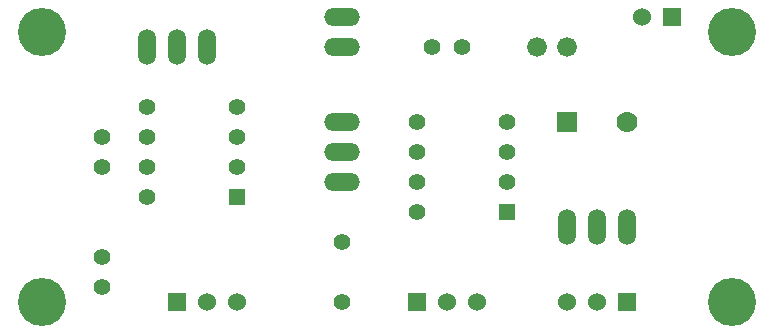
<source format=gtl>
G04 (created by PCBNEW (2013-jul-07)-stable) date Sat 29 Nov 2014 08:52:29 PM GMT*
%MOIN*%
G04 Gerber Fmt 3.4, Leading zero omitted, Abs format*
%FSLAX34Y34*%
G01*
G70*
G90*
G04 APERTURE LIST*
%ADD10C,0.00590551*%
%ADD11C,0.055*%
%ADD12R,0.055X0.055*%
%ADD13C,0.066*%
%ADD14R,0.06X0.06*%
%ADD15C,0.06*%
%ADD16R,0.07X0.07*%
%ADD17C,0.07*%
%ADD18O,0.1187X0.0593*%
%ADD19O,0.0593X0.1187*%
%ADD20C,0.16*%
G04 APERTURE END LIST*
G54D10*
G54D11*
X48500Y-39500D03*
X48500Y-40500D03*
G54D12*
X53000Y-41500D03*
G54D11*
X53000Y-40500D03*
X53000Y-39500D03*
X53000Y-38500D03*
X50000Y-38500D03*
X50000Y-39500D03*
X50000Y-40500D03*
X50000Y-41500D03*
G54D12*
X62000Y-42000D03*
G54D11*
X62000Y-41000D03*
X62000Y-40000D03*
X62000Y-39000D03*
X59000Y-39000D03*
X59000Y-40000D03*
X59000Y-41000D03*
X59000Y-42000D03*
G54D13*
X63000Y-36500D03*
X64000Y-36500D03*
G54D14*
X66000Y-45000D03*
G54D15*
X65000Y-45000D03*
X64000Y-45000D03*
G54D14*
X51000Y-45000D03*
G54D15*
X52000Y-45000D03*
X53000Y-45000D03*
G54D11*
X48500Y-43500D03*
X48500Y-44500D03*
X56500Y-43000D03*
X56500Y-45000D03*
G54D16*
X64000Y-39000D03*
G54D17*
X66000Y-39000D03*
G54D11*
X59500Y-36500D03*
X60500Y-36500D03*
G54D18*
X56500Y-36500D03*
X56500Y-35500D03*
G54D14*
X67500Y-35500D03*
G54D15*
X66500Y-35500D03*
G54D14*
X59000Y-45000D03*
G54D15*
X60000Y-45000D03*
X61000Y-45000D03*
G54D18*
X56500Y-39000D03*
X56500Y-40000D03*
X56500Y-41000D03*
G54D19*
X52000Y-36500D03*
X51000Y-36500D03*
X50000Y-36500D03*
X64000Y-42500D03*
X65000Y-42500D03*
X66000Y-42500D03*
G54D20*
X46500Y-36000D03*
X46500Y-45000D03*
X69500Y-45000D03*
X69500Y-36000D03*
M02*

</source>
